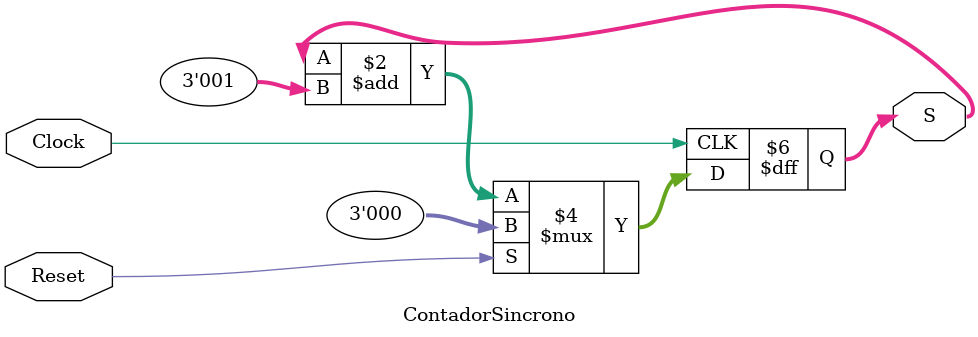
<source format=v>
module ContadorSincrono(Clock, Reset, S);
	input Clock, Reset; 
	output reg [2:0] S;
	
	always @(negedge Clock)
		if(Reset)
			S <= 3'b000;
		else
			S <= S + 3'b001;
endmodule 
</source>
